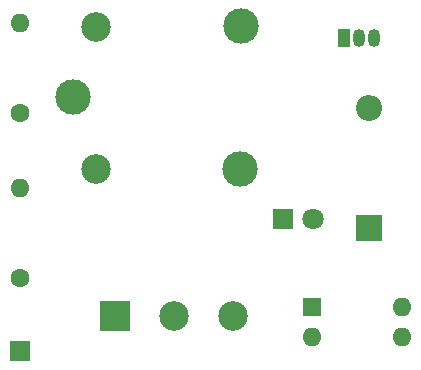
<source format=gbr>
%TF.GenerationSoftware,KiCad,Pcbnew,8.0.3*%
%TF.CreationDate,2024-08-06T14:14:26-07:00*%
%TF.ProjectId,ESP8266_HomAuto,45535038-3236-4365-9f48-6f6d4175746f,rev?*%
%TF.SameCoordinates,Original*%
%TF.FileFunction,Soldermask,Top*%
%TF.FilePolarity,Negative*%
%FSLAX46Y46*%
G04 Gerber Fmt 4.6, Leading zero omitted, Abs format (unit mm)*
G04 Created by KiCad (PCBNEW 8.0.3) date 2024-08-06 14:14:26*
%MOMM*%
%LPD*%
G01*
G04 APERTURE LIST*
%ADD10O,1.600000X1.600000*%
%ADD11C,1.600000*%
%ADD12R,1.600000X1.600000*%
%ADD13O,1.050000X1.500000*%
%ADD14R,1.050000X1.500000*%
%ADD15C,3.000000*%
%ADD16C,2.500000*%
%ADD17R,2.500000X2.500000*%
%ADD18R,1.700000X1.700000*%
%ADD19R,2.200000X2.200000*%
%ADD20O,2.200000X2.200000*%
%ADD21R,1.800000X1.800000*%
%ADD22C,1.800000*%
G04 APERTURE END LIST*
D10*
%TO.C,R2*%
X113500000Y-80690000D03*
D11*
X113500000Y-88310000D03*
%TD*%
%TO.C,R1*%
X113500000Y-74310000D03*
D10*
X113500000Y-66690000D03*
%TD*%
D12*
%TO.C,U1*%
X138200000Y-90725000D03*
D10*
X138200000Y-93265000D03*
X145820000Y-93265000D03*
X145820000Y-90725000D03*
%TD*%
D13*
%TO.C,Q1*%
X143500000Y-68000000D03*
X142230000Y-68000000D03*
D14*
X140960000Y-68000000D03*
%TD*%
D15*
%TO.C,K1*%
X118000000Y-73000000D03*
D16*
X119950000Y-79050000D03*
D15*
X132150000Y-79050000D03*
X132200000Y-67000000D03*
D16*
X119950000Y-67050000D03*
%TD*%
D17*
%TO.C,J2*%
X121500000Y-91500000D03*
D16*
X126500000Y-91500000D03*
X131500000Y-91500000D03*
%TD*%
D18*
%TO.C,J1*%
X113500000Y-94500000D03*
%TD*%
D19*
%TO.C,D2*%
X143000000Y-84080000D03*
D20*
X143000000Y-73920000D03*
%TD*%
D21*
%TO.C,D1*%
X135750000Y-83325000D03*
D22*
X138290000Y-83325000D03*
%TD*%
M02*

</source>
